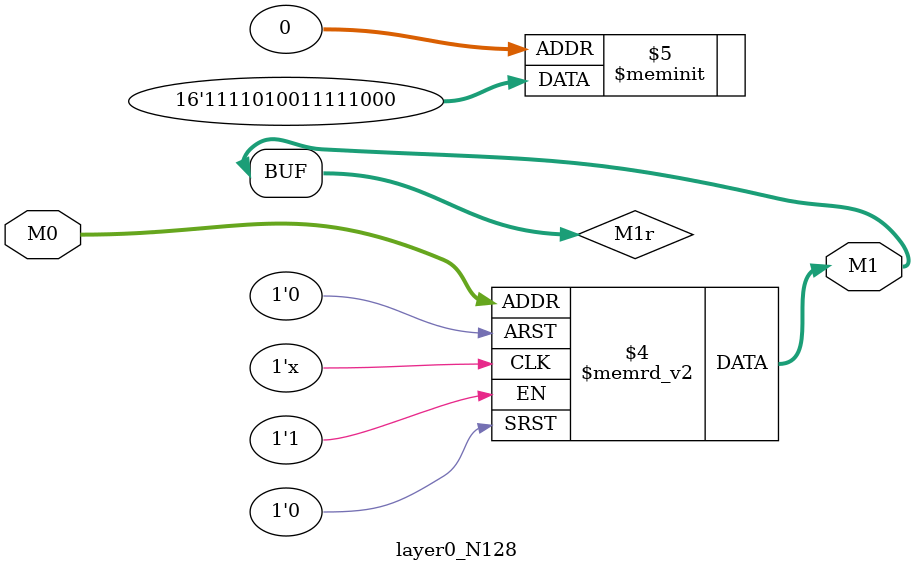
<source format=v>
module layer0_N128 ( input [2:0] M0, output [1:0] M1 );

	(*rom_style = "distributed" *) reg [1:0] M1r;
	assign M1 = M1r;
	always @ (M0) begin
		case (M0)
			3'b000: M1r = 2'b00;
			3'b100: M1r = 2'b00;
			3'b010: M1r = 2'b11;
			3'b110: M1r = 2'b11;
			3'b001: M1r = 2'b10;
			3'b101: M1r = 2'b01;
			3'b011: M1r = 2'b11;
			3'b111: M1r = 2'b11;

		endcase
	end
endmodule

</source>
